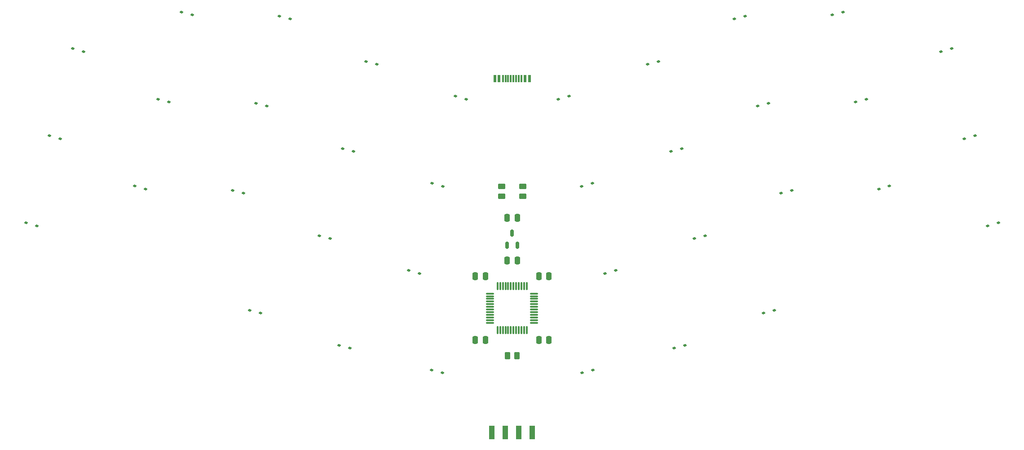
<source format=gtp>
G04 #@! TF.GenerationSoftware,KiCad,Pcbnew,8.0.6+1*
G04 #@! TF.CreationDate,2024-11-03T11:26:52+01:00*
G04 #@! TF.ProjectId,keymini,6b65796d-696e-4692-9e6b-696361645f70,rev?*
G04 #@! TF.SameCoordinates,Original*
G04 #@! TF.FileFunction,Paste,Top*
G04 #@! TF.FilePolarity,Positive*
%FSLAX46Y46*%
G04 Gerber Fmt 4.6, Leading zero omitted, Abs format (unit mm)*
G04 Created by KiCad (PCBNEW 8.0.6+1) date 2024-11-03 11:26:52*
%MOMM*%
%LPD*%
G01*
G04 APERTURE LIST*
G04 Aperture macros list*
%AMRoundRect*
0 Rectangle with rounded corners*
0 $1 Rounding radius*
0 $2 $3 $4 $5 $6 $7 $8 $9 X,Y pos of 4 corners*
0 Add a 4 corners polygon primitive as box body*
4,1,4,$2,$3,$4,$5,$6,$7,$8,$9,$2,$3,0*
0 Add four circle primitives for the rounded corners*
1,1,$1+$1,$2,$3*
1,1,$1+$1,$4,$5*
1,1,$1+$1,$6,$7*
1,1,$1+$1,$8,$9*
0 Add four rect primitives between the rounded corners*
20,1,$1+$1,$2,$3,$4,$5,0*
20,1,$1+$1,$4,$5,$6,$7,0*
20,1,$1+$1,$6,$7,$8,$9,0*
20,1,$1+$1,$8,$9,$2,$3,0*%
G04 Aperture macros list end*
%ADD10RoundRect,0.250000X0.250000X0.475000X-0.250000X0.475000X-0.250000X-0.475000X0.250000X-0.475000X0*%
%ADD11RoundRect,0.112500X-0.210228X-0.060138X0.151994X-0.157195X0.210228X0.060138X-0.151994X0.157195X0*%
%ADD12RoundRect,0.112500X-0.151994X-0.157195X0.210228X-0.060138X0.151994X0.157195X-0.210228X0.060138X0*%
%ADD13RoundRect,0.250000X-0.250000X-0.475000X0.250000X-0.475000X0.250000X0.475000X-0.250000X0.475000X0*%
%ADD14RoundRect,0.250000X0.450000X-0.262500X0.450000X0.262500X-0.450000X0.262500X-0.450000X-0.262500X0*%
%ADD15RoundRect,0.075000X0.075000X-0.662500X0.075000X0.662500X-0.075000X0.662500X-0.075000X-0.662500X0*%
%ADD16RoundRect,0.075000X0.662500X-0.075000X0.662500X0.075000X-0.662500X0.075000X-0.662500X-0.075000X0*%
%ADD17RoundRect,0.250000X-0.450000X0.262500X-0.450000X-0.262500X0.450000X-0.262500X0.450000X0.262500X0*%
%ADD18RoundRect,0.250000X-0.262500X-0.450000X0.262500X-0.450000X0.262500X0.450000X-0.262500X0.450000X0*%
%ADD19R,0.600000X1.450000*%
%ADD20R,0.300000X1.450000*%
%ADD21R,1.000000X2.500000*%
%ADD22RoundRect,0.150000X0.150000X-0.512500X0.150000X0.512500X-0.150000X0.512500X-0.150000X-0.512500X0*%
G04 APERTURE END LIST*
D10*
G04 #@! TO.C,C2*
X150950000Y-72000000D03*
X149050000Y-72000000D03*
G04 #@! TD*
D11*
G04 #@! TO.C,D2A1*
X62773778Y-48514240D03*
X64802222Y-49057760D03*
G04 #@! TD*
G04 #@! TO.C,D4D1*
X117415778Y-88002240D03*
X119444222Y-88545760D03*
G04 #@! TD*
D12*
G04 #@! TO.C,D2H1*
X196282778Y-42920760D03*
X198311222Y-42377240D03*
G04 #@! TD*
G04 #@! TO.C,D3H1*
X200682778Y-59341760D03*
X202711222Y-58798240D03*
G04 #@! TD*
D11*
G04 #@! TO.C,D4E1*
X134802778Y-92661240D03*
X136831222Y-93204760D03*
G04 #@! TD*
D10*
G04 #@! TO.C,C4*
X156950000Y-87000000D03*
X155050000Y-87000000D03*
G04 #@! TD*
D13*
G04 #@! TO.C,C1*
X149050000Y-64000000D03*
X150950000Y-64000000D03*
G04 #@! TD*
D12*
G04 #@! TO.C,D4G1*
X180555778Y-88545760D03*
X182584222Y-88002240D03*
G04 #@! TD*
D13*
G04 #@! TO.C,C3*
X155050000Y-75000000D03*
X156950000Y-75000000D03*
G04 #@! TD*
D12*
G04 #@! TO.C,D2G1*
X179931778Y-51442760D03*
X181960222Y-50899240D03*
G04 #@! TD*
G04 #@! TO.C,D1I1*
X210304778Y-25704760D03*
X212333222Y-25161240D03*
G04 #@! TD*
D11*
G04 #@! TO.C,D2B1*
X83266778Y-41582240D03*
X85295222Y-42125760D03*
G04 #@! TD*
D14*
G04 #@! TO.C,R2*
X148000000Y-59912500D03*
X148000000Y-58087500D03*
G04 #@! TD*
D15*
G04 #@! TO.C,U1*
X147250000Y-85162500D03*
X147750000Y-85162500D03*
X148250000Y-85162500D03*
X148750000Y-85162500D03*
X149250000Y-85162500D03*
X149750000Y-85162500D03*
X150250000Y-85162500D03*
X150750000Y-85162500D03*
X151250000Y-85162500D03*
X151750000Y-85162500D03*
X152250000Y-85162500D03*
X152750000Y-85162500D03*
D16*
X154162500Y-83750000D03*
X154162500Y-83250000D03*
X154162500Y-82750000D03*
X154162500Y-82250000D03*
X154162500Y-81750000D03*
X154162500Y-81250000D03*
X154162500Y-80750000D03*
X154162500Y-80250000D03*
X154162500Y-79750000D03*
X154162500Y-79250000D03*
X154162500Y-78750000D03*
X154162500Y-78250000D03*
D15*
X152750000Y-76837500D03*
X152250000Y-76837500D03*
X151750000Y-76837500D03*
X151250000Y-76837500D03*
X150750000Y-76837500D03*
X150250000Y-76837500D03*
X149750000Y-76837500D03*
X149250000Y-76837500D03*
X148750000Y-76837500D03*
X148250000Y-76837500D03*
X147750000Y-76837500D03*
X147250000Y-76837500D03*
D16*
X145837500Y-78250000D03*
X145837500Y-78750000D03*
X145837500Y-79250000D03*
X145837500Y-79750000D03*
X145837500Y-80250000D03*
X145837500Y-80750000D03*
X145837500Y-81250000D03*
X145837500Y-81750000D03*
X145837500Y-82250000D03*
X145837500Y-82750000D03*
X145837500Y-83250000D03*
X145837500Y-83750000D03*
G04 #@! TD*
D12*
G04 #@! TO.C,D2F1*
X163062778Y-58033760D03*
X165091222Y-57490240D03*
G04 #@! TD*
D11*
G04 #@! TO.C,D3C1*
X97288778Y-58798240D03*
X99317222Y-59341760D03*
G04 #@! TD*
G04 #@! TO.C,D3B1*
X78866778Y-58003240D03*
X80895222Y-58546760D03*
G04 #@! TD*
G04 #@! TO.C,D1A1*
X67173778Y-32093240D03*
X69202222Y-32636760D03*
G04 #@! TD*
G04 #@! TO.C,D4C1*
X100546778Y-81411240D03*
X102575222Y-81954760D03*
G04 #@! TD*
D17*
G04 #@! TO.C,R1*
X152000000Y-58087500D03*
X152000000Y-59912500D03*
G04 #@! TD*
D18*
G04 #@! TO.C,R3*
X149087500Y-90000000D03*
X150912500Y-90000000D03*
G04 #@! TD*
D11*
G04 #@! TO.C,D1B1*
X87666778Y-25161240D03*
X89695222Y-25704760D03*
G04 #@! TD*
G04 #@! TO.C,D1C1*
X106088778Y-25956240D03*
X108117222Y-26499760D03*
G04 #@! TD*
D13*
G04 #@! TO.C,C6*
X143050000Y-75000000D03*
X144950000Y-75000000D03*
G04 #@! TD*
D12*
G04 #@! TO.C,D1J1*
X230797778Y-32636760D03*
X232826222Y-32093240D03*
G04 #@! TD*
D11*
G04 #@! TO.C,D3E1*
X130508778Y-73911240D03*
X132537222Y-74454760D03*
G04 #@! TD*
G04 #@! TO.C,D3D1*
X113639778Y-67320240D03*
X115668222Y-67863760D03*
G04 #@! TD*
G04 #@! TO.C,D2E1*
X134908778Y-57490240D03*
X136937222Y-58033760D03*
G04 #@! TD*
G04 #@! TO.C,D1E1*
X139308778Y-41069240D03*
X141337222Y-41612760D03*
G04 #@! TD*
D12*
G04 #@! TO.C,D2I1*
X214704778Y-42125760D03*
X216733222Y-41582240D03*
G04 #@! TD*
G04 #@! TO.C,D1F1*
X158662778Y-41612760D03*
X160691222Y-41069240D03*
G04 #@! TD*
G04 #@! TO.C,D1H1*
X191882778Y-26499760D03*
X193911222Y-25956240D03*
G04 #@! TD*
G04 #@! TO.C,D3I1*
X219104778Y-58546760D03*
X221133222Y-58003240D03*
G04 #@! TD*
G04 #@! TO.C,D3J1*
X239597778Y-65478760D03*
X241626222Y-64935240D03*
G04 #@! TD*
D10*
G04 #@! TO.C,C5*
X144950000Y-87000000D03*
X143050000Y-87000000D03*
G04 #@! TD*
D11*
G04 #@! TO.C,D2C1*
X101688778Y-42377240D03*
X103717222Y-42920760D03*
G04 #@! TD*
D19*
G04 #@! TO.C,J1*
X153250000Y-37720000D03*
X152450000Y-37720000D03*
D20*
X151250000Y-37720000D03*
X150250000Y-37720000D03*
X149750000Y-37720000D03*
X148750000Y-37720000D03*
D19*
X147550000Y-37720000D03*
X146750000Y-37720000D03*
X146750000Y-37720000D03*
X147550000Y-37720000D03*
D20*
X148250000Y-37720000D03*
X149250000Y-37720000D03*
X150750000Y-37720000D03*
X151750000Y-37720000D03*
D19*
X152450000Y-37720000D03*
X153250000Y-37720000D03*
G04 #@! TD*
D12*
G04 #@! TO.C,D3F1*
X167462778Y-74454760D03*
X169491222Y-73911240D03*
G04 #@! TD*
D21*
G04 #@! TO.C,J2*
X153810000Y-104475000D03*
X151270000Y-104475000D03*
X148730000Y-104475000D03*
X146190000Y-104475000D03*
G04 #@! TD*
D11*
G04 #@! TO.C,D2D1*
X118039778Y-50899240D03*
X120068222Y-51442760D03*
G04 #@! TD*
D12*
G04 #@! TO.C,D3G1*
X184331778Y-67863760D03*
X186360222Y-67320240D03*
G04 #@! TD*
D22*
G04 #@! TO.C,U2*
X149050000Y-69137500D03*
X150950000Y-69137500D03*
X150000000Y-66862500D03*
G04 #@! TD*
D11*
G04 #@! TO.C,D3A1*
X58373778Y-64935240D03*
X60402222Y-65478760D03*
G04 #@! TD*
D12*
G04 #@! TO.C,D4H1*
X197424778Y-81954760D03*
X199453222Y-81411240D03*
G04 #@! TD*
G04 #@! TO.C,D2J1*
X235197778Y-49057760D03*
X237226222Y-48514240D03*
G04 #@! TD*
D11*
G04 #@! TO.C,D1D1*
X122439778Y-34479240D03*
X124468222Y-35022760D03*
G04 #@! TD*
D12*
G04 #@! TO.C,D4F1*
X163168778Y-93204760D03*
X165197222Y-92661240D03*
G04 #@! TD*
G04 #@! TO.C,D1G1*
X175531778Y-35022760D03*
X177560222Y-34479240D03*
G04 #@! TD*
M02*

</source>
